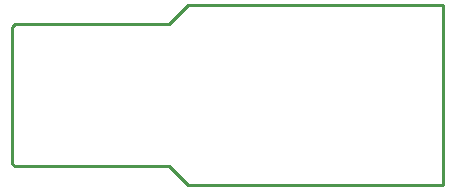
<source format=gbr>
G04 EAGLE Gerber RS-274X export*
G75*
%MOMM*%
%FSLAX34Y34*%
%LPD*%
%IN*%
%IPPOS*%
%AMOC8*
5,1,8,0,0,1.08239X$1,22.5*%
G01*
%ADD10C,0.254000*%


D10*
X7000Y15000D02*
X9000Y13000D01*
X140000Y13000D01*
X156000Y-3000D01*
X372000Y-3000D01*
X372000Y149000D01*
X156000Y149000D01*
X140000Y133000D01*
X9000Y133000D01*
X7000Y131000D01*
X7000Y15000D01*
M02*

</source>
